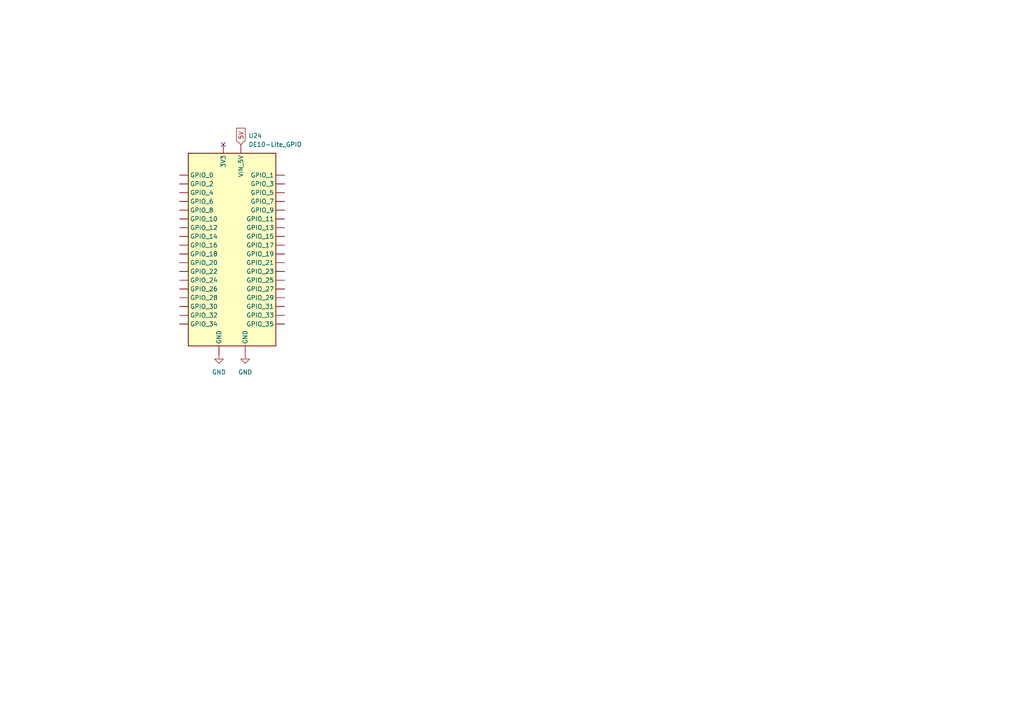
<source format=kicad_sch>
(kicad_sch (version 20231120) (generator "eeschema") (generator_version "8.0")
  (paper "A4")
  (title_block (company "Topographic Robot"))
  (lib_symbols
    (symbol "FPGA_Terasic:DE10-Lite_GPIO"
      (property "Reference" "U" (at 16.002 -34.798 0))
      (property "Value" "DE10-Lite_GPIO" (at 22.352 -37.084 0))
      (symbol "DE10-Lite_GPIO_0_1"
        (rectangle (start -12.7 27.94) (end 12.7 -27.94) (stroke (width 0.254)) (fill (type background)))
      )
      (symbol "DE10-Lite_GPIO_1_1"
        (pin power_out line (at -2.54 30.48 270) (length 2.54) (name "3V3") (number ""))
        (pin power_in line (at -3.81 -30.48 90) (length 2.54) (name "GND") (number ""))
        (pin power_in line (at 3.81 -30.48 90) (length 2.54) (name "GND") (number ""))
        (pin bidirectional line (at -15.24 21.59 0) (length 2.54) (name "GPIO_0") (number ""))
        (pin bidirectional line (at 15.24 21.59 180) (length 2.54) (name "GPIO_1") (number ""))
        (pin bidirectional line (at -15.24 8.89 0) (length 2.54) (name "GPIO_10") (number ""))
        (pin bidirectional line (at 15.24 8.89 180) (length 2.54) (name "GPIO_11") (number ""))
        (pin bidirectional line (at -15.24 6.35 0) (length 2.54) (name "GPIO_12") (number ""))
        (pin bidirectional line (at 15.24 6.35 180) (length 2.54) (name "GPIO_13") (number ""))
        (pin bidirectional line (at -15.24 3.81 0) (length 2.54) (name "GPIO_14") (number ""))
        (pin bidirectional line (at 15.24 3.81 180) (length 2.54) (name "GPIO_15") (number ""))
        (pin bidirectional line (at -15.24 1.27 0) (length 2.54) (name "GPIO_16") (number ""))
        (pin bidirectional line (at 15.24 1.27 180) (length 2.54) (name "GPIO_17") (number ""))
        (pin bidirectional line (at -15.24 -1.27 0) (length 2.54) (name "GPIO_18") (number ""))
        (pin bidirectional line (at 15.24 -1.27 180) (length 2.54) (name "GPIO_19") (number ""))
        (pin bidirectional line (at -15.24 19.05 0) (length 2.54) (name "GPIO_2") (number ""))
        (pin bidirectional line (at -15.24 -3.81 0) (length 2.54) (name "GPIO_20") (number ""))
        (pin bidirectional line (at 15.24 -3.81 180) (length 2.54) (name "GPIO_21") (number ""))
        (pin bidirectional line (at -15.24 -6.35 0) (length 2.54) (name "GPIO_22") (number ""))
        (pin bidirectional line (at 15.24 -6.35 180) (length 2.54) (name "GPIO_23") (number ""))
        (pin bidirectional line (at -15.24 -8.89 0) (length 2.54) (name "GPIO_24") (number ""))
        (pin bidirectional line (at 15.24 -8.89 180) (length 2.54) (name "GPIO_25") (number ""))
        (pin bidirectional line (at -15.24 -11.43 0) (length 2.54) (name "GPIO_26") (number ""))
        (pin bidirectional line (at 15.24 -11.43 180) (length 2.54) (name "GPIO_27") (number ""))
        (pin bidirectional line (at -15.24 -13.97 0) (length 2.54) (name "GPIO_28") (number ""))
        (pin bidirectional line (at 15.24 -13.97 180) (length 2.54) (name "GPIO_29") (number ""))
        (pin bidirectional line (at 15.24 19.05 180) (length 2.54) (name "GPIO_3") (number ""))
        (pin bidirectional line (at -15.24 -16.51 0) (length 2.54) (name "GPIO_30") (number ""))
        (pin bidirectional line (at 15.24 -16.51 180) (length 2.54) (name "GPIO_31") (number ""))
        (pin bidirectional line (at -15.24 -19.05 0) (length 2.54) (name "GPIO_32") (number ""))
        (pin bidirectional line (at 15.24 -19.05 180) (length 2.54) (name "GPIO_33") (number ""))
        (pin bidirectional line (at -15.24 -21.59 0) (length 2.54) (name "GPIO_34") (number ""))
        (pin bidirectional line (at 15.24 -21.59 180) (length 2.54) (name "GPIO_35") (number ""))
        (pin bidirectional line (at -15.24 16.51 0) (length 2.54) (name "GPIO_4") (number ""))
        (pin bidirectional line (at 15.24 16.51 180) (length 2.54) (name "GPIO_5") (number ""))
        (pin bidirectional line (at -15.24 13.97 0) (length 2.54) (name "GPIO_6") (number ""))
        (pin bidirectional line (at 15.24 13.97 180) (length 2.54) (name "GPIO_7") (number ""))
        (pin bidirectional line (at -15.24 11.43 0) (length 2.54) (name "GPIO_8") (number ""))
        (pin bidirectional line (at 15.24 11.43 180) (length 2.54) (name "GPIO_9") (number ""))
        (pin power_in line (at 2.54 30.48 270) (length 2.54) (name "VIN_5V") (number ""))
      )
    )
    (symbol "power:GND" (power) (pin_numbers hide) (pin_names (offset 0) hide)
      (property "Value" "GND" (at 0 -3.81 0))
      (symbol "GND_0_1"
        (polyline (pts (xy 0 0) (xy 0 -1.27) (xy 1.27 -1.27) (xy 0 -2.54) (xy -1.27 -1.27) (xy 0 -1.27)))
      )
      (symbol "GND_1_1"
        (pin power_in line (at 0 0 270) (length 0) (name "~") (number "1"))
      )
    )
  )
  (no_connect (at 64.77 41.91))
  (global_label "5V" (shape input) (at 69.85 41.91 90) (property "Intersheetrefs" "${INTERSHEET_REFS}" (effects (hide yes))))
  (symbol (lib_id "power:GND") (at 63.5 102.87 0) (unit 1)
    (property "Reference" "#PWR036" (effects (hide yes)))
    (property "Value" "GND" (at 63.5 107.95 0))
    (property "Description" "Power symbol creates a global label with name \"GND\" , ground" (effects (hide yes)))
  )
  (symbol (lib_id "FPGA_Terasic:DE10-Lite_GPIO") (at 67.31 72.39 0) (unit 1)
    (property "Reference" "U24" (at 72.0441 39.37 0) (effects (justify left)))
    (property "Value" "DE10-Lite_GPIO" (at 72.0441 41.91 0) (effects (justify left)))
  )
  (symbol (lib_id "power:GND") (at 71.12 102.87 0) (unit 1)
    (property "Reference" "#PWR037" (effects (hide yes)))
    (property "Value" "GND" (at 71.12 107.95 0))
    (property "Description" "Power symbol creates a global label with name \"GND\" , ground" (effects (hide yes)))
  )
)
</source>
